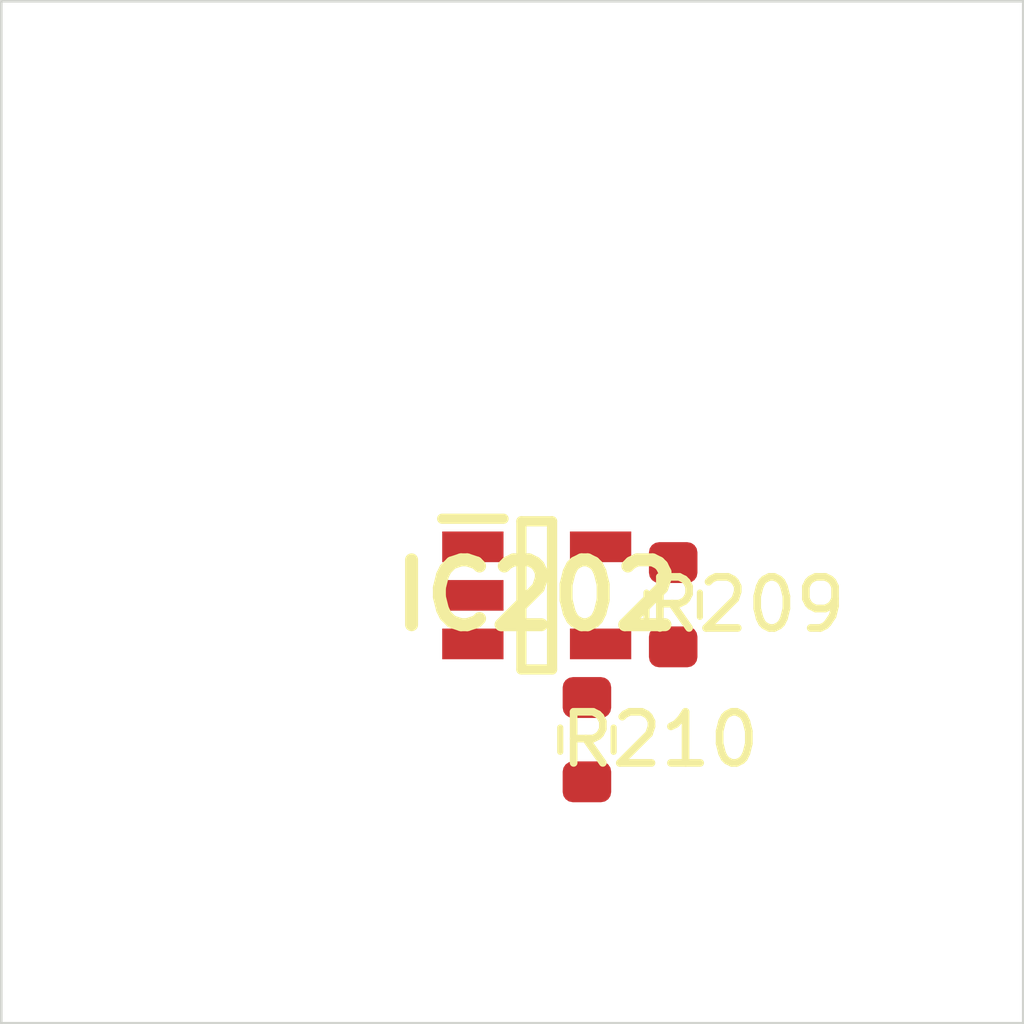
<source format=kicad_pcb>
 ( kicad_pcb  ( version 20171130 )
 ( host pcbnew 5.1.12-84ad8e8a86~92~ubuntu18.04.1 )
 ( general  ( thickness 1.6 )
 ( drawings 4 )
 ( tracks 0 )
 ( zones 0 )
 ( modules 3 )
 ( nets 5 )
)
 ( page A4 )
 ( layers  ( 0 F.Cu signal )
 ( 31 B.Cu signal )
 ( 32 B.Adhes user )
 ( 33 F.Adhes user )
 ( 34 B.Paste user )
 ( 35 F.Paste user )
 ( 36 B.SilkS user )
 ( 37 F.SilkS user )
 ( 38 B.Mask user )
 ( 39 F.Mask user )
 ( 40 Dwgs.User user )
 ( 41 Cmts.User user )
 ( 42 Eco1.User user )
 ( 43 Eco2.User user )
 ( 44 Edge.Cuts user )
 ( 45 Margin user )
 ( 46 B.CrtYd user )
 ( 47 F.CrtYd user )
 ( 48 B.Fab user )
 ( 49 F.Fab user )
)
 ( setup  ( last_trace_width 0.25 )
 ( trace_clearance 0.2 )
 ( zone_clearance 0.508 )
 ( zone_45_only no )
 ( trace_min 0.2 )
 ( via_size 0.8 )
 ( via_drill 0.4 )
 ( via_min_size 0.4 )
 ( via_min_drill 0.3 )
 ( uvia_size 0.3 )
 ( uvia_drill 0.1 )
 ( uvias_allowed no )
 ( uvia_min_size 0.2 )
 ( uvia_min_drill 0.1 )
 ( edge_width 0.05 )
 ( segment_width 0.2 )
 ( pcb_text_width 0.3 )
 ( pcb_text_size 1.5 1.5 )
 ( mod_edge_width 0.12 )
 ( mod_text_size 1 1 )
 ( mod_text_width 0.15 )
 ( pad_size 1.524 1.524 )
 ( pad_drill 0.762 )
 ( pad_to_mask_clearance 0 )
 ( aux_axis_origin 0 0 )
 ( visible_elements FFFFFF7F )
 ( pcbplotparams  ( layerselection 0x010fc_ffffffff )
 ( usegerberextensions false )
 ( usegerberattributes true )
 ( usegerberadvancedattributes true )
 ( creategerberjobfile true )
 ( excludeedgelayer true )
 ( linewidth 0.100000 )
 ( plotframeref false )
 ( viasonmask false )
 ( mode 1 )
 ( useauxorigin false )
 ( hpglpennumber 1 )
 ( hpglpenspeed 20 )
 ( hpglpendiameter 15.000000 )
 ( psnegative false )
 ( psa4output false )
 ( plotreference true )
 ( plotvalue true )
 ( plotinvisibletext false )
 ( padsonsilk false )
 ( subtractmaskfromsilk false )
 ( outputformat 1 )
 ( mirror false )
 ( drillshape 1 )
 ( scaleselection 1 )
 ( outputdirectory "" )
)
)
 ( net 0 "" )
 ( net 1 GND )
 ( net 2 VDDA )
 ( net 3 /Sheet6235D886/vp )
 ( net 4 "Net-(IC202-Pad3)" )
 ( net_class Default "This is the default net class."  ( clearance 0.2 )
 ( trace_width 0.25 )
 ( via_dia 0.8 )
 ( via_drill 0.4 )
 ( uvia_dia 0.3 )
 ( uvia_drill 0.1 )
 ( add_net /Sheet6235D886/vp )
 ( add_net GND )
 ( add_net "Net-(IC202-Pad3)" )
 ( add_net VDDA )
)
 ( module SOT95P280X145-5N locked  ( layer F.Cu )
 ( tedit 62336ED7 )
 ( tstamp 623423ED )
 ( at 90.479100 111.627000 )
 ( descr DBV0005A )
 ( tags "Integrated Circuit" )
 ( path /6235D887/6266C08E )
 ( attr smd )
 ( fp_text reference IC202  ( at 0 0 )
 ( layer F.SilkS )
 ( effects  ( font  ( size 1.27 1.27 )
 ( thickness 0.254 )
)
)
)
 ( fp_text value TL071HIDBVR  ( at 0 0 )
 ( layer F.SilkS )
hide  ( effects  ( font  ( size 1.27 1.27 )
 ( thickness 0.254 )
)
)
)
 ( fp_line  ( start -1.85 -1.5 )
 ( end -0.65 -1.5 )
 ( layer F.SilkS )
 ( width 0.2 )
)
 ( fp_line  ( start -0.3 1.45 )
 ( end -0.3 -1.45 )
 ( layer F.SilkS )
 ( width 0.2 )
)
 ( fp_line  ( start 0.3 1.45 )
 ( end -0.3 1.45 )
 ( layer F.SilkS )
 ( width 0.2 )
)
 ( fp_line  ( start 0.3 -1.45 )
 ( end 0.3 1.45 )
 ( layer F.SilkS )
 ( width 0.2 )
)
 ( fp_line  ( start -0.3 -1.45 )
 ( end 0.3 -1.45 )
 ( layer F.SilkS )
 ( width 0.2 )
)
 ( fp_line  ( start -0.8 -0.5 )
 ( end 0.15 -1.45 )
 ( layer Dwgs.User )
 ( width 0.1 )
)
 ( fp_line  ( start -0.8 1.45 )
 ( end -0.8 -1.45 )
 ( layer Dwgs.User )
 ( width 0.1 )
)
 ( fp_line  ( start 0.8 1.45 )
 ( end -0.8 1.45 )
 ( layer Dwgs.User )
 ( width 0.1 )
)
 ( fp_line  ( start 0.8 -1.45 )
 ( end 0.8 1.45 )
 ( layer Dwgs.User )
 ( width 0.1 )
)
 ( fp_line  ( start -0.8 -1.45 )
 ( end 0.8 -1.45 )
 ( layer Dwgs.User )
 ( width 0.1 )
)
 ( fp_line  ( start -2.1 1.775 )
 ( end -2.1 -1.775 )
 ( layer Dwgs.User )
 ( width 0.05 )
)
 ( fp_line  ( start 2.1 1.775 )
 ( end -2.1 1.775 )
 ( layer Dwgs.User )
 ( width 0.05 )
)
 ( fp_line  ( start 2.1 -1.775 )
 ( end 2.1 1.775 )
 ( layer Dwgs.User )
 ( width 0.05 )
)
 ( fp_line  ( start -2.1 -1.775 )
 ( end 2.1 -1.775 )
 ( layer Dwgs.User )
 ( width 0.05 )
)
 ( pad 1 smd rect  ( at -1.25 -0.95 90.000000 )
 ( size 0.6 1.2 )
 ( layers F.Cu F.Mask F.Paste )
 ( net 3 /Sheet6235D886/vp )
)
 ( pad 2 smd rect  ( at -1.25 0 90.000000 )
 ( size 0.6 1.2 )
 ( layers F.Cu F.Mask F.Paste )
 ( net 1 GND )
)
 ( pad 3 smd rect  ( at -1.25 0.95 90.000000 )
 ( size 0.6 1.2 )
 ( layers F.Cu F.Mask F.Paste )
 ( net 4 "Net-(IC202-Pad3)" )
)
 ( pad 4 smd rect  ( at 1.25 0.95 90.000000 )
 ( size 0.6 1.2 )
 ( layers F.Cu F.Mask F.Paste )
 ( net 3 /Sheet6235D886/vp )
)
 ( pad 5 smd rect  ( at 1.25 -0.95 90.000000 )
 ( size 0.6 1.2 )
 ( layers F.Cu F.Mask F.Paste )
 ( net 2 VDDA )
)
)
 ( module Resistor_SMD:R_0603_1608Metric  ( layer F.Cu )
 ( tedit 5F68FEEE )
 ( tstamp 62342595 )
 ( at 93.149900 111.810000 270.000000 )
 ( descr "Resistor SMD 0603 (1608 Metric), square (rectangular) end terminal, IPC_7351 nominal, (Body size source: IPC-SM-782 page 72, https://www.pcb-3d.com/wordpress/wp-content/uploads/ipc-sm-782a_amendment_1_and_2.pdf), generated with kicad-footprint-generator" )
 ( tags resistor )
 ( path /6235D887/623CDBD9 )
 ( attr smd )
 ( fp_text reference R209  ( at 0 -1.43 )
 ( layer F.SilkS )
 ( effects  ( font  ( size 1 1 )
 ( thickness 0.15 )
)
)
)
 ( fp_text value 100k  ( at 0 1.43 )
 ( layer F.Fab )
 ( effects  ( font  ( size 1 1 )
 ( thickness 0.15 )
)
)
)
 ( fp_line  ( start -0.8 0.4125 )
 ( end -0.8 -0.4125 )
 ( layer F.Fab )
 ( width 0.1 )
)
 ( fp_line  ( start -0.8 -0.4125 )
 ( end 0.8 -0.4125 )
 ( layer F.Fab )
 ( width 0.1 )
)
 ( fp_line  ( start 0.8 -0.4125 )
 ( end 0.8 0.4125 )
 ( layer F.Fab )
 ( width 0.1 )
)
 ( fp_line  ( start 0.8 0.4125 )
 ( end -0.8 0.4125 )
 ( layer F.Fab )
 ( width 0.1 )
)
 ( fp_line  ( start -0.237258 -0.5225 )
 ( end 0.237258 -0.5225 )
 ( layer F.SilkS )
 ( width 0.12 )
)
 ( fp_line  ( start -0.237258 0.5225 )
 ( end 0.237258 0.5225 )
 ( layer F.SilkS )
 ( width 0.12 )
)
 ( fp_line  ( start -1.48 0.73 )
 ( end -1.48 -0.73 )
 ( layer F.CrtYd )
 ( width 0.05 )
)
 ( fp_line  ( start -1.48 -0.73 )
 ( end 1.48 -0.73 )
 ( layer F.CrtYd )
 ( width 0.05 )
)
 ( fp_line  ( start 1.48 -0.73 )
 ( end 1.48 0.73 )
 ( layer F.CrtYd )
 ( width 0.05 )
)
 ( fp_line  ( start 1.48 0.73 )
 ( end -1.48 0.73 )
 ( layer F.CrtYd )
 ( width 0.05 )
)
 ( fp_text user %R  ( at 0 0 )
 ( layer F.Fab )
 ( effects  ( font  ( size 0.4 0.4 )
 ( thickness 0.06 )
)
)
)
 ( pad 1 smd roundrect  ( at -0.825 0 270.000000 )
 ( size 0.8 0.95 )
 ( layers F.Cu F.Mask F.Paste )
 ( roundrect_rratio 0.25 )
 ( net 2 VDDA )
)
 ( pad 2 smd roundrect  ( at 0.825 0 270.000000 )
 ( size 0.8 0.95 )
 ( layers F.Cu F.Mask F.Paste )
 ( roundrect_rratio 0.25 )
 ( net 4 "Net-(IC202-Pad3)" )
)
 ( model ${KISYS3DMOD}/Resistor_SMD.3dshapes/R_0603_1608Metric.wrl  ( at  ( xyz 0 0 0 )
)
 ( scale  ( xyz 1 1 1 )
)
 ( rotate  ( xyz 0 0 0 )
)
)
)
 ( module Resistor_SMD:R_0603_1608Metric  ( layer F.Cu )
 ( tedit 5F68FEEE )
 ( tstamp 623425A6 )
 ( at 91.461800 114.451000 270.000000 )
 ( descr "Resistor SMD 0603 (1608 Metric), square (rectangular) end terminal, IPC_7351 nominal, (Body size source: IPC-SM-782 page 72, https://www.pcb-3d.com/wordpress/wp-content/uploads/ipc-sm-782a_amendment_1_and_2.pdf), generated with kicad-footprint-generator" )
 ( tags resistor )
 ( path /6235D887/623CDBDF )
 ( attr smd )
 ( fp_text reference R210  ( at 0 -1.43 )
 ( layer F.SilkS )
 ( effects  ( font  ( size 1 1 )
 ( thickness 0.15 )
)
)
)
 ( fp_text value 100k  ( at 0 1.43 )
 ( layer F.Fab )
 ( effects  ( font  ( size 1 1 )
 ( thickness 0.15 )
)
)
)
 ( fp_line  ( start 1.48 0.73 )
 ( end -1.48 0.73 )
 ( layer F.CrtYd )
 ( width 0.05 )
)
 ( fp_line  ( start 1.48 -0.73 )
 ( end 1.48 0.73 )
 ( layer F.CrtYd )
 ( width 0.05 )
)
 ( fp_line  ( start -1.48 -0.73 )
 ( end 1.48 -0.73 )
 ( layer F.CrtYd )
 ( width 0.05 )
)
 ( fp_line  ( start -1.48 0.73 )
 ( end -1.48 -0.73 )
 ( layer F.CrtYd )
 ( width 0.05 )
)
 ( fp_line  ( start -0.237258 0.5225 )
 ( end 0.237258 0.5225 )
 ( layer F.SilkS )
 ( width 0.12 )
)
 ( fp_line  ( start -0.237258 -0.5225 )
 ( end 0.237258 -0.5225 )
 ( layer F.SilkS )
 ( width 0.12 )
)
 ( fp_line  ( start 0.8 0.4125 )
 ( end -0.8 0.4125 )
 ( layer F.Fab )
 ( width 0.1 )
)
 ( fp_line  ( start 0.8 -0.4125 )
 ( end 0.8 0.4125 )
 ( layer F.Fab )
 ( width 0.1 )
)
 ( fp_line  ( start -0.8 -0.4125 )
 ( end 0.8 -0.4125 )
 ( layer F.Fab )
 ( width 0.1 )
)
 ( fp_line  ( start -0.8 0.4125 )
 ( end -0.8 -0.4125 )
 ( layer F.Fab )
 ( width 0.1 )
)
 ( fp_text user %R  ( at 0 0 )
 ( layer F.Fab )
 ( effects  ( font  ( size 0.4 0.4 )
 ( thickness 0.06 )
)
)
)
 ( pad 2 smd roundrect  ( at 0.825 0 270.000000 )
 ( size 0.8 0.95 )
 ( layers F.Cu F.Mask F.Paste )
 ( roundrect_rratio 0.25 )
 ( net 1 GND )
)
 ( pad 1 smd roundrect  ( at -0.825 0 270.000000 )
 ( size 0.8 0.95 )
 ( layers F.Cu F.Mask F.Paste )
 ( roundrect_rratio 0.25 )
 ( net 4 "Net-(IC202-Pad3)" )
)
 ( model ${KISYS3DMOD}/Resistor_SMD.3dshapes/R_0603_1608Metric.wrl  ( at  ( xyz 0 0 0 )
)
 ( scale  ( xyz 1 1 1 )
)
 ( rotate  ( xyz 0 0 0 )
)
)
)
 ( gr_line  ( start 100 100 )
 ( end 100 120 )
 ( layer Edge.Cuts )
 ( width 0.05 )
 ( tstamp 62E770C4 )
)
 ( gr_line  ( start 80 120 )
 ( end 100 120 )
 ( layer Edge.Cuts )
 ( width 0.05 )
 ( tstamp 62E770C0 )
)
 ( gr_line  ( start 80 100 )
 ( end 100 100 )
 ( layer Edge.Cuts )
 ( width 0.05 )
 ( tstamp 6234110C )
)
 ( gr_line  ( start 80 100 )
 ( end 80 120 )
 ( layer Edge.Cuts )
 ( width 0.05 )
)
)

</source>
